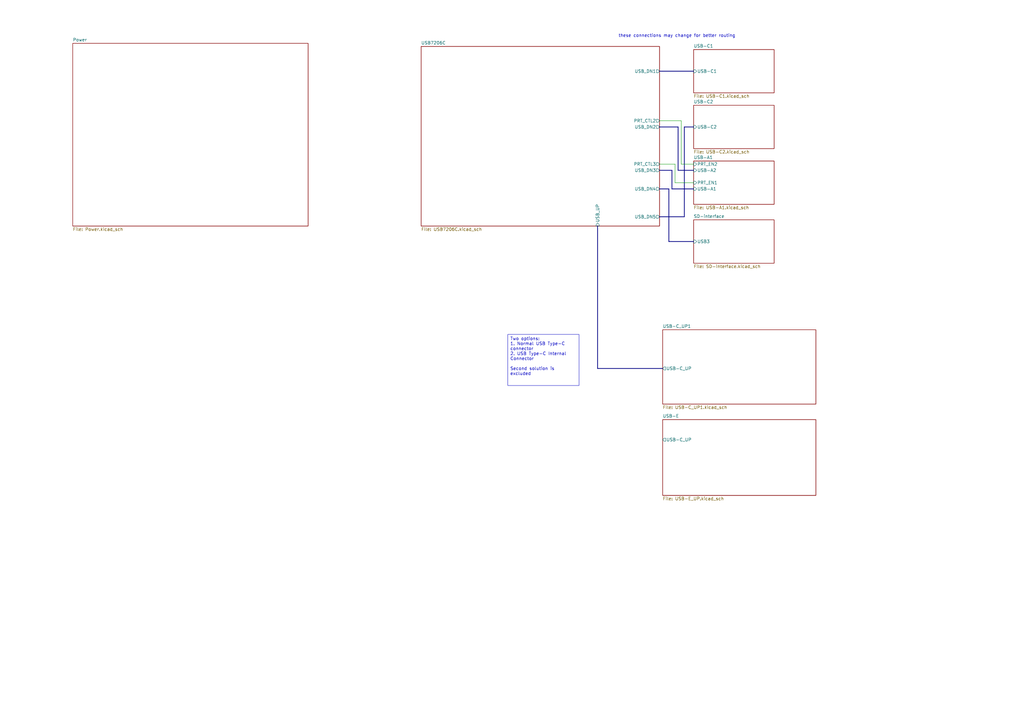
<source format=kicad_sch>
(kicad_sch
	(version 20250114)
	(generator "eeschema")
	(generator_version "9.0")
	(uuid "a2586c28-95f1-49e6-9254-37d7a8473e53")
	(paper "A3")
	(title_block
		(title "USB Hub")
	)
	(lib_symbols)
	(text "these connections may change for better routing "
		(exclude_from_sim no)
		(at 278.13 14.732 0)
		(effects
			(font
				(size 1.27 1.27)
			)
		)
		(uuid "167224f7-8088-4ff7-902f-f95db9bd5182")
	)
	(text_box "Two options:\n1. Normal USB Type-C connector\n2. USB Type-C Internal Connector\n\nSecond solution is excluded"
		(exclude_from_sim no)
		(at 208.28 137.16 0)
		(size 29.21 20.955)
		(margins 0.9525 0.9525 0.9525 0.9525)
		(stroke
			(width 0)
			(type solid)
		)
		(fill
			(type none)
		)
		(effects
			(font
				(size 1.27 1.27)
			)
			(justify left top)
		)
		(uuid "352f1ddf-845a-4ef3-97f5-725f0ea6addd")
	)
	(bus
		(pts
			(xy 278.13 52.07) (xy 278.13 69.85)
		)
		(stroke
			(width 0)
			(type default)
		)
		(uuid "07adf2b4-7de1-4885-b7a4-9b51c6fd369d")
	)
	(bus
		(pts
			(xy 270.51 52.07) (xy 278.13 52.07)
		)
		(stroke
			(width 0)
			(type default)
		)
		(uuid "2801bb3c-fa33-47c3-83b7-c26856152b98")
	)
	(bus
		(pts
			(xy 284.48 52.07) (xy 280.67 52.07)
		)
		(stroke
			(width 0)
			(type default)
		)
		(uuid "2a92b05c-1a94-44bc-8cdc-c441a794a71a")
	)
	(wire
		(pts
			(xy 270.51 49.53) (xy 279.4 49.53)
		)
		(stroke
			(width 0)
			(type default)
		)
		(uuid "2eac2f2c-00f4-4cba-86ca-32a8a9829c59")
	)
	(wire
		(pts
			(xy 284.48 74.93) (xy 276.86 74.93)
		)
		(stroke
			(width 0)
			(type default)
		)
		(uuid "364f2a58-26f2-4677-b00f-a5fa57538f78")
	)
	(bus
		(pts
			(xy 278.13 69.85) (xy 284.48 69.85)
		)
		(stroke
			(width 0)
			(type default)
		)
		(uuid "698978a1-ffbb-4baf-83e1-39db1413f3bd")
	)
	(bus
		(pts
			(xy 280.67 52.07) (xy 280.67 88.9)
		)
		(stroke
			(width 0)
			(type default)
		)
		(uuid "6a66f166-8702-4d0e-b271-83fc6a039632")
	)
	(bus
		(pts
			(xy 245.11 92.71) (xy 245.11 151.13)
		)
		(stroke
			(width 0)
			(type default)
		)
		(uuid "75440407-1f06-419a-ad34-96e074f5bd78")
	)
	(bus
		(pts
			(xy 245.11 151.13) (xy 271.78 151.13)
		)
		(stroke
			(width 0)
			(type default)
		)
		(uuid "7d0bd784-80a9-49b0-b301-9d1ae08eb3b1")
	)
	(bus
		(pts
			(xy 270.51 88.9) (xy 280.67 88.9)
		)
		(stroke
			(width 0)
			(type default)
		)
		(uuid "80931ed6-7b39-48c1-b8a6-c1122c7d1244")
	)
	(wire
		(pts
			(xy 279.4 67.31) (xy 284.48 67.31)
		)
		(stroke
			(width 0)
			(type default)
		)
		(uuid "9857bb56-4272-4f08-9f89-43a91a556e95")
	)
	(bus
		(pts
			(xy 275.59 69.85) (xy 275.59 77.47)
		)
		(stroke
			(width 0)
			(type default)
		)
		(uuid "a16aa0a8-a227-4cff-9bab-8a17ebd26d5a")
	)
	(bus
		(pts
			(xy 274.32 77.47) (xy 274.32 99.06)
		)
		(stroke
			(width 0)
			(type default)
		)
		(uuid "a84197d9-a5c7-4a0a-a089-deee010b91b0")
	)
	(bus
		(pts
			(xy 270.51 69.85) (xy 275.59 69.85)
		)
		(stroke
			(width 0)
			(type default)
		)
		(uuid "af3152cf-330e-416a-b044-35312b3ed9a6")
	)
	(bus
		(pts
			(xy 270.51 77.47) (xy 274.32 77.47)
		)
		(stroke
			(width 0)
			(type default)
		)
		(uuid "b41ce473-662f-478b-912a-b1d2eaf58a8e")
	)
	(wire
		(pts
			(xy 270.51 67.31) (xy 276.86 67.31)
		)
		(stroke
			(width 0)
			(type default)
		)
		(uuid "b52eaac3-408f-40b1-81bf-092f2dda35ec")
	)
	(wire
		(pts
			(xy 276.86 74.93) (xy 276.86 67.31)
		)
		(stroke
			(width 0)
			(type default)
		)
		(uuid "b6cdb3b4-f5b2-4d4c-8a55-c89a238fb381")
	)
	(wire
		(pts
			(xy 279.4 49.53) (xy 279.4 67.31)
		)
		(stroke
			(width 0)
			(type default)
		)
		(uuid "bdee9d2b-db7b-4ea3-82ae-e4d316ef2d50")
	)
	(bus
		(pts
			(xy 274.32 99.06) (xy 284.48 99.06)
		)
		(stroke
			(width 0)
			(type default)
		)
		(uuid "ce36670f-4435-40af-bad7-611302c8ed3f")
	)
	(bus
		(pts
			(xy 270.51 29.21) (xy 284.48 29.21)
		)
		(stroke
			(width 0)
			(type default)
		)
		(uuid "d27d321f-7003-4aaa-87a5-652aa898453c")
	)
	(bus
		(pts
			(xy 275.59 77.47) (xy 284.48 77.47)
		)
		(stroke
			(width 0)
			(type default)
		)
		(uuid "d2c49044-bd46-4ba4-9970-37a0ec201c09")
	)
	(sheet
		(at 284.48 66.04)
		(size 33.02 17.78)
		(exclude_from_sim no)
		(in_bom yes)
		(on_board yes)
		(dnp no)
		(fields_autoplaced yes)
		(stroke
			(width 0.1524)
			(type solid)
		)
		(fill
			(color 0 0 0 0.0000)
		)
		(uuid "10c83c9e-05bd-4fa1-b7e1-a721413825c3")
		(property "Sheetname" "USB-A1"
			(at 284.48 65.3284 0)
			(effects
				(font
					(size 1.27 1.27)
				)
				(justify left bottom)
			)
		)
		(property "Sheetfile" "USB-A1.kicad_sch"
			(at 284.48 84.4046 0)
			(effects
				(font
					(size 1.27 1.27)
				)
				(justify left top)
			)
		)
		(pin "USB-A1" input
			(at 284.48 77.47 180)
			(uuid "fd125ed4-85dc-4dcb-974c-78f9a870deab")
			(effects
				(font
					(size 1.27 1.27)
				)
				(justify left)
			)
		)
		(pin "USB-A2" input
			(at 284.48 69.85 180)
			(uuid "14aedc31-ab6b-4909-aaca-ede12a767f19")
			(effects
				(font
					(size 1.27 1.27)
				)
				(justify left)
			)
		)
		(pin "PRT_EN2" input
			(at 284.48 67.31 180)
			(uuid "b83c791f-00fd-49e1-a547-946c0c00312a")
			(effects
				(font
					(size 1.27 1.27)
				)
				(justify left)
			)
		)
		(pin "PRT_EN1" input
			(at 284.48 74.93 180)
			(uuid "6dabf511-7ea5-44da-aba2-db4efa273ba3")
			(effects
				(font
					(size 1.27 1.27)
				)
				(justify left)
			)
		)
		(instances
			(project "USB_hub"
				(path "/a2586c28-95f1-49e6-9254-37d7a8473e53"
					(page "6")
				)
			)
		)
	)
	(sheet
		(at 284.48 43.18)
		(size 33.02 17.78)
		(exclude_from_sim no)
		(in_bom yes)
		(on_board yes)
		(dnp no)
		(fields_autoplaced yes)
		(stroke
			(width 0.1524)
			(type solid)
		)
		(fill
			(color 0 0 0 0.0000)
		)
		(uuid "4ed4b4f7-0755-42d7-b5b6-c1d87d82dc96")
		(property "Sheetname" "USB-C2"
			(at 284.48 42.4684 0)
			(effects
				(font
					(size 1.27 1.27)
				)
				(justify left bottom)
			)
		)
		(property "Sheetfile" "USB-C2.kicad_sch"
			(at 284.48 61.5446 0)
			(effects
				(font
					(size 1.27 1.27)
				)
				(justify left top)
			)
		)
		(pin "USB-C2" input
			(at 284.48 52.07 180)
			(uuid "5809911c-5e6b-40cb-adb0-8c32f322f981")
			(effects
				(font
					(size 1.27 1.27)
				)
				(justify left)
			)
		)
		(instances
			(project "USB_hub"
				(path "/a2586c28-95f1-49e6-9254-37d7a8473e53"
					(page "4")
				)
			)
		)
	)
	(sheet
		(at 172.72 19.05)
		(size 97.79 73.66)
		(exclude_from_sim no)
		(in_bom yes)
		(on_board yes)
		(dnp no)
		(fields_autoplaced yes)
		(stroke
			(width 0.1524)
			(type solid)
		)
		(fill
			(color 0 0 0 0.0000)
		)
		(uuid "84084c93-70ae-4353-a3b8-87defd735fb2")
		(property "Sheetname" "USB7206C"
			(at 172.72 18.3384 0)
			(effects
				(font
					(size 1.27 1.27)
				)
				(justify left bottom)
			)
		)
		(property "Sheetfile" "USB7206C.kicad_sch"
			(at 172.72 93.2946 0)
			(effects
				(font
					(size 1.27 1.27)
				)
				(justify left top)
			)
		)
		(pin "USB_DN1" output
			(at 270.51 29.21 0)
			(uuid "7e61d08c-e266-43aa-b3f4-7fb0b6f4f30e")
			(effects
				(font
					(size 1.27 1.27)
				)
				(justify right)
			)
		)
		(pin "USB_DN3" output
			(at 270.51 69.85 0)
			(uuid "14bdc455-d4ef-4dfd-aac2-423c37a57d20")
			(effects
				(font
					(size 1.27 1.27)
				)
				(justify right)
			)
		)
		(pin "USB_DN5" output
			(at 270.51 88.9 0)
			(uuid "ec578c3b-8b4d-465a-8f9a-e9dcb1f58bec")
			(effects
				(font
					(size 1.27 1.27)
				)
				(justify right)
			)
		)
		(pin "USB_DN4" output
			(at 270.51 77.47 0)
			(uuid "a0f45a59-0ec7-443c-a7f5-634a4b5c357c")
			(effects
				(font
					(size 1.27 1.27)
				)
				(justify right)
			)
		)
		(pin "USB_UP" input
			(at 245.11 92.71 270)
			(uuid "2c60463f-fa1d-4bbf-9ef4-6af9e4e236b5")
			(effects
				(font
					(size 1.27 1.27)
				)
				(justify left)
			)
		)
		(pin "USB_DN2" output
			(at 270.51 52.07 0)
			(uuid "14990d3f-a950-458f-b982-296e9b987316")
			(effects
				(font
					(size 1.27 1.27)
				)
				(justify right)
			)
		)
		(pin "PRT_CTL3" output
			(at 270.51 67.31 0)
			(uuid "0bcf6501-8c57-4dfe-aa9a-8483502009c9")
			(effects
				(font
					(size 1.27 1.27)
				)
				(justify right)
			)
		)
		(pin "PRT_CTL2" output
			(at 270.51 49.53 0)
			(uuid "09ba34fc-505c-45a9-b18a-ba744974fd69")
			(effects
				(font
					(size 1.27 1.27)
				)
				(justify right)
			)
		)
		(instances
			(project "USB_hub"
				(path "/a2586c28-95f1-49e6-9254-37d7a8473e53"
					(page "2")
				)
			)
		)
	)
	(sheet
		(at 284.48 20.32)
		(size 33.02 17.78)
		(exclude_from_sim no)
		(in_bom yes)
		(on_board yes)
		(dnp no)
		(fields_autoplaced yes)
		(stroke
			(width 0.1524)
			(type solid)
		)
		(fill
			(color 0 0 0 0.0000)
		)
		(uuid "9818f2bb-7888-47ed-88c0-ae123f59f09a")
		(property "Sheetname" "USB-C1"
			(at 284.48 19.6084 0)
			(effects
				(font
					(size 1.27 1.27)
				)
				(justify left bottom)
			)
		)
		(property "Sheetfile" "USB-C1.kicad_sch"
			(at 284.48 38.6846 0)
			(effects
				(font
					(size 1.27 1.27)
				)
				(justify left top)
			)
		)
		(pin "USB-C1" input
			(at 284.48 29.21 180)
			(uuid "916fc788-8e55-4637-908c-231b4162d9d5")
			(effects
				(font
					(size 1.27 1.27)
				)
				(justify left)
			)
		)
		(instances
			(project "USB_hub"
				(path "/a2586c28-95f1-49e6-9254-37d7a8473e53"
					(page "3")
				)
			)
		)
	)
	(sheet
		(at 284.48 90.17)
		(size 33.02 17.78)
		(exclude_from_sim no)
		(in_bom yes)
		(on_board yes)
		(dnp no)
		(fields_autoplaced yes)
		(stroke
			(width 0.1524)
			(type solid)
		)
		(fill
			(color 0 0 0 0.0000)
		)
		(uuid "9b23769b-d955-4774-b8ac-278fd96aa141")
		(property "Sheetname" "SD-interface"
			(at 284.48 89.4584 0)
			(effects
				(font
					(size 1.27 1.27)
				)
				(justify left bottom)
			)
		)
		(property "Sheetfile" "SD-interface.kicad_sch"
			(at 284.48 108.5346 0)
			(effects
				(font
					(size 1.27 1.27)
				)
				(justify left top)
			)
		)
		(pin "USB3" input
			(at 284.48 99.06 180)
			(uuid "752feeef-a9dc-4b5d-83d0-bc3558ca58fe")
			(effects
				(font
					(size 1.27 1.27)
				)
				(justify left)
			)
		)
		(instances
			(project "USB_hub"
				(path "/a2586c28-95f1-49e6-9254-37d7a8473e53"
					(page "5")
				)
			)
		)
	)
	(sheet
		(at 271.78 135.255)
		(size 62.865 30.48)
		(exclude_from_sim no)
		(in_bom yes)
		(on_board yes)
		(dnp no)
		(fields_autoplaced yes)
		(stroke
			(width 0.1524)
			(type solid)
		)
		(fill
			(color 0 0 0 0.0000)
		)
		(uuid "c482699f-16ee-4a02-bb28-667e2389d2fc")
		(property "Sheetname" "USB-C_UP1"
			(at 271.78 134.5434 0)
			(effects
				(font
					(size 1.27 1.27)
				)
				(justify left bottom)
			)
		)
		(property "Sheetfile" "USB-C_UP1.kicad_sch"
			(at 271.78 166.3196 0)
			(effects
				(font
					(size 1.27 1.27)
				)
				(justify left top)
			)
		)
		(pin "USB-C_UP" output
			(at 271.78 151.13 180)
			(uuid "6a51a279-3b8f-498f-bbfa-3235667a370d")
			(effects
				(font
					(size 1.27 1.27)
				)
				(justify left)
			)
		)
		(instances
			(project "USB_hub"
				(path "/a2586c28-95f1-49e6-9254-37d7a8473e53"
					(page "9")
				)
			)
		)
	)
	(sheet
		(at 29.845 17.78)
		(size 96.52 74.93)
		(exclude_from_sim no)
		(in_bom yes)
		(on_board yes)
		(dnp no)
		(fields_autoplaced yes)
		(stroke
			(width 0.1524)
			(type solid)
		)
		(fill
			(color 0 0 0 0.0000)
		)
		(uuid "d2423802-44ec-4cde-beeb-19921a82a533")
		(property "Sheetname" "Power"
			(at 29.845 17.0684 0)
			(effects
				(font
					(size 1.27 1.27)
				)
				(justify left bottom)
			)
		)
		(property "Sheetfile" "Power.kicad_sch"
			(at 29.845 93.2946 0)
			(effects
				(font
					(size 1.27 1.27)
				)
				(justify left top)
			)
		)
		(instances
			(project "USB_hub"
				(path "/a2586c28-95f1-49e6-9254-37d7a8473e53"
					(page "7")
				)
			)
		)
	)
	(sheet
		(at 271.78 172.085)
		(size 62.865 31.115)
		(exclude_from_sim no)
		(in_bom no)
		(on_board no)
		(dnp no)
		(fields_autoplaced yes)
		(stroke
			(width 0.1524)
			(type solid)
		)
		(fill
			(color 0 0 0 0.0000)
		)
		(uuid "df13e2b1-cca0-408c-9316-50e440f0b300")
		(property "Sheetname" "USB-E"
			(at 271.78 171.3734 0)
			(effects
				(font
					(size 1.27 1.27)
				)
				(justify left bottom)
			)
		)
		(property "Sheetfile" "USB-E_UP.kicad_sch"
			(at 271.78 203.7846 0)
			(effects
				(font
					(size 1.27 1.27)
				)
				(justify left top)
			)
		)
		(pin "USB-C_UP" output
			(at 271.78 180.34 180)
			(uuid "536b8498-0025-4ec4-a08e-664ecb8c64f3")
			(effects
				(font
					(size 1.27 1.27)
				)
				(justify left)
			)
		)
		(instances
			(project "USB_hub"
				(path "/a2586c28-95f1-49e6-9254-37d7a8473e53"
					(page "10")
				)
			)
		)
	)
	(sheet_instances
		(path "/"
			(page "1")
		)
	)
	(embedded_fonts no)
)

</source>
